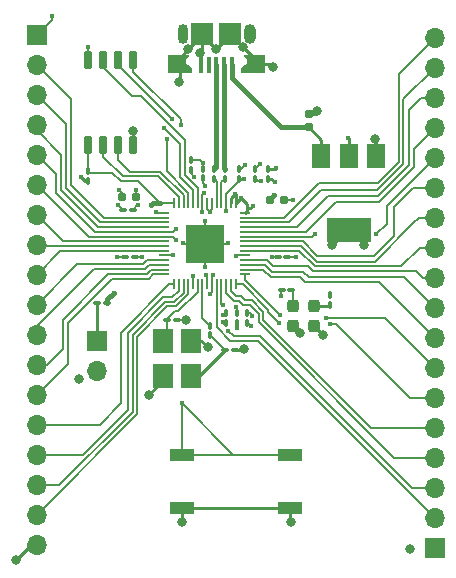
<source format=gtl>
G04 #@! TF.GenerationSoftware,KiCad,Pcbnew,7.0.5-4d25ed1034~172~ubuntu22.04.1*
G04 #@! TF.CreationDate,2023-07-05T09:01:55+07:00*
G04 #@! TF.ProjectId,TMPboardM,544d5062-6f61-4726-944d-2e6b69636164,rev?*
G04 #@! TF.SameCoordinates,Original*
G04 #@! TF.FileFunction,Copper,L1,Top*
G04 #@! TF.FilePolarity,Positive*
%FSLAX46Y46*%
G04 Gerber Fmt 4.6, Leading zero omitted, Abs format (unit mm)*
G04 Created by KiCad (PCBNEW 7.0.5-4d25ed1034~172~ubuntu22.04.1) date 2023-07-05 09:01:55*
%MOMM*%
%LPD*%
G01*
G04 APERTURE LIST*
G04 Aperture macros list*
%AMRoundRect*
0 Rectangle with rounded corners*
0 $1 Rounding radius*
0 $2 $3 $4 $5 $6 $7 $8 $9 X,Y pos of 4 corners*
0 Add a 4 corners polygon primitive as box body*
4,1,4,$2,$3,$4,$5,$6,$7,$8,$9,$2,$3,0*
0 Add four circle primitives for the rounded corners*
1,1,$1+$1,$2,$3*
1,1,$1+$1,$4,$5*
1,1,$1+$1,$6,$7*
1,1,$1+$1,$8,$9*
0 Add four rect primitives between the rounded corners*
20,1,$1+$1,$2,$3,$4,$5,0*
20,1,$1+$1,$4,$5,$6,$7,0*
20,1,$1+$1,$6,$7,$8,$9,0*
20,1,$1+$1,$8,$9,$2,$3,0*%
%AMFreePoly0*
4,1,9,1.050000,0.350000,0.550000,0.000000,0.550000,-0.400000,0.800000,-0.650000,0.800000,-0.800000,-1.050000,-0.800000,-1.050000,0.800000,1.050000,0.800000,1.050000,0.350000,1.050000,0.350000,$1*%
%AMFreePoly1*
4,1,9,1.050000,-0.800000,-0.800000,-0.800000,-0.800000,-0.650000,-0.550000,-0.400000,-0.550000,0.000000,-1.050000,0.350000,-1.050000,0.800000,1.050000,0.800000,1.050000,-0.800000,1.050000,-0.800000,$1*%
G04 Aperture macros list end*
G04 #@! TA.AperFunction,SMDPad,CuDef*
%ADD10RoundRect,0.100000X-0.100000X0.217500X-0.100000X-0.217500X0.100000X-0.217500X0.100000X0.217500X0*%
G04 #@! TD*
G04 #@! TA.AperFunction,SMDPad,CuDef*
%ADD11RoundRect,0.155000X0.155000X-0.212500X0.155000X0.212500X-0.155000X0.212500X-0.155000X-0.212500X0*%
G04 #@! TD*
G04 #@! TA.AperFunction,ComponentPad*
%ADD12R,1.700000X1.700000*%
G04 #@! TD*
G04 #@! TA.AperFunction,ComponentPad*
%ADD13O,1.700000X1.700000*%
G04 #@! TD*
G04 #@! TA.AperFunction,SMDPad,CuDef*
%ADD14RoundRect,0.155000X-0.212500X-0.155000X0.212500X-0.155000X0.212500X0.155000X-0.212500X0.155000X0*%
G04 #@! TD*
G04 #@! TA.AperFunction,SMDPad,CuDef*
%ADD15RoundRect,0.100000X0.100000X-0.217500X0.100000X0.217500X-0.100000X0.217500X-0.100000X-0.217500X0*%
G04 #@! TD*
G04 #@! TA.AperFunction,SMDPad,CuDef*
%ADD16RoundRect,0.100000X-0.217500X-0.100000X0.217500X-0.100000X0.217500X0.100000X-0.217500X0.100000X0*%
G04 #@! TD*
G04 #@! TA.AperFunction,SMDPad,CuDef*
%ADD17RoundRect,0.100000X0.217500X0.100000X-0.217500X0.100000X-0.217500X-0.100000X0.217500X-0.100000X0*%
G04 #@! TD*
G04 #@! TA.AperFunction,SMDPad,CuDef*
%ADD18R,0.400000X1.350000*%
G04 #@! TD*
G04 #@! TA.AperFunction,SMDPad,CuDef*
%ADD19FreePoly0,180.000000*%
G04 #@! TD*
G04 #@! TA.AperFunction,ComponentPad*
%ADD20O,1.000000X1.700000*%
G04 #@! TD*
G04 #@! TA.AperFunction,SMDPad,CuDef*
%ADD21R,1.900000X1.900000*%
G04 #@! TD*
G04 #@! TA.AperFunction,ComponentPad*
%ADD22O,0.850000X1.700000*%
G04 #@! TD*
G04 #@! TA.AperFunction,SMDPad,CuDef*
%ADD23FreePoly1,180.000000*%
G04 #@! TD*
G04 #@! TA.AperFunction,SMDPad,CuDef*
%ADD24R,1.500000X2.000000*%
G04 #@! TD*
G04 #@! TA.AperFunction,SMDPad,CuDef*
%ADD25R,3.800000X2.000000*%
G04 #@! TD*
G04 #@! TA.AperFunction,SMDPad,CuDef*
%ADD26RoundRect,0.155000X0.212500X0.155000X-0.212500X0.155000X-0.212500X-0.155000X0.212500X-0.155000X0*%
G04 #@! TD*
G04 #@! TA.AperFunction,SMDPad,CuDef*
%ADD27RoundRect,0.237500X0.237500X-0.287500X0.237500X0.287500X-0.237500X0.287500X-0.237500X-0.287500X0*%
G04 #@! TD*
G04 #@! TA.AperFunction,SMDPad,CuDef*
%ADD28RoundRect,0.050000X-0.387500X-0.050000X0.387500X-0.050000X0.387500X0.050000X-0.387500X0.050000X0*%
G04 #@! TD*
G04 #@! TA.AperFunction,SMDPad,CuDef*
%ADD29RoundRect,0.050000X-0.050000X-0.387500X0.050000X-0.387500X0.050000X0.387500X-0.050000X0.387500X0*%
G04 #@! TD*
G04 #@! TA.AperFunction,SMDPad,CuDef*
%ADD30R,3.200000X3.200000*%
G04 #@! TD*
G04 #@! TA.AperFunction,SMDPad,CuDef*
%ADD31R,1.800000X2.100000*%
G04 #@! TD*
G04 #@! TA.AperFunction,SMDPad,CuDef*
%ADD32RoundRect,0.150000X0.150000X-0.650000X0.150000X0.650000X-0.150000X0.650000X-0.150000X-0.650000X0*%
G04 #@! TD*
G04 #@! TA.AperFunction,SMDPad,CuDef*
%ADD33R,2.100000X1.100000*%
G04 #@! TD*
G04 #@! TA.AperFunction,ViaPad*
%ADD34C,0.400000*%
G04 #@! TD*
G04 #@! TA.AperFunction,ViaPad*
%ADD35C,0.800000*%
G04 #@! TD*
G04 #@! TA.AperFunction,Conductor*
%ADD36C,0.200000*%
G04 #@! TD*
G04 #@! TA.AperFunction,Conductor*
%ADD37C,0.250000*%
G04 #@! TD*
G04 #@! TA.AperFunction,Conductor*
%ADD38C,0.400000*%
G04 #@! TD*
G04 APERTURE END LIST*
D10*
X98320000Y-75555000D03*
X98320000Y-76370000D03*
D11*
X96480000Y-61380000D03*
X96480000Y-60245000D03*
D12*
X73455000Y-53515000D03*
D13*
X73455000Y-56055000D03*
X73455000Y-58595000D03*
X73455000Y-61135000D03*
X73455000Y-63675000D03*
X73455000Y-66215000D03*
X73455000Y-68755000D03*
X73455000Y-71295000D03*
X73455000Y-73835000D03*
X73455000Y-76375000D03*
X73455000Y-78915000D03*
X73455000Y-81455000D03*
X73455000Y-83995000D03*
X73455000Y-86535000D03*
X73455000Y-89075000D03*
X73455000Y-91615000D03*
X73455000Y-94155000D03*
X73455000Y-96695000D03*
D14*
X93232500Y-67560000D03*
X94367500Y-67560000D03*
D10*
X91280000Y-77090000D03*
X91280000Y-77905000D03*
D15*
X91920000Y-65707500D03*
X91920000Y-64892500D03*
D16*
X93862500Y-72360000D03*
X94677500Y-72360000D03*
D12*
X78595000Y-79490000D03*
D13*
X78595000Y-82030000D03*
D17*
X81587500Y-68340000D03*
X80772500Y-68340000D03*
D18*
X89960000Y-56107500D03*
X89310000Y-56107500D03*
X88660000Y-56107500D03*
X88010000Y-56107500D03*
X87360000Y-56107500D03*
D19*
X91760000Y-55982500D03*
D20*
X91485000Y-53432500D03*
D21*
X89860000Y-53432500D03*
X87460000Y-53432500D03*
D22*
X85835000Y-53432500D03*
D23*
X85560000Y-55982500D03*
D10*
X90380000Y-77080000D03*
X90380000Y-77895000D03*
D17*
X85327500Y-77680000D03*
X84512500Y-77680000D03*
D24*
X102170000Y-63770000D03*
X99870000Y-63770000D03*
D25*
X99870000Y-70070000D03*
D24*
X97570000Y-63770000D03*
D26*
X81837500Y-67290000D03*
X80702500Y-67290000D03*
D17*
X90207500Y-80200000D03*
X89392500Y-80200000D03*
D16*
X80952500Y-72360000D03*
X81767500Y-72360000D03*
D27*
X95140000Y-78212500D03*
X95140000Y-76462500D03*
X96920000Y-78215000D03*
X96920000Y-76465000D03*
D10*
X88100000Y-78152500D03*
X88100000Y-78967500D03*
D15*
X90580000Y-65727500D03*
X90580000Y-64912500D03*
X86490000Y-64957500D03*
X86490000Y-64142500D03*
X89380000Y-65737500D03*
X89380000Y-64922500D03*
D16*
X78602500Y-76260000D03*
X79417500Y-76260000D03*
D15*
X87510000Y-65697500D03*
X87510000Y-64882500D03*
D10*
X89480000Y-77080000D03*
X89480000Y-77895000D03*
D15*
X93060000Y-65717500D03*
X93060000Y-64902500D03*
D28*
X84252500Y-68620000D03*
X84252500Y-69020000D03*
X84252500Y-69420000D03*
X84252500Y-69820000D03*
X84252500Y-70220000D03*
X84252500Y-70620000D03*
X84252500Y-71020000D03*
X84252500Y-71420000D03*
X84252500Y-71820000D03*
X84252500Y-72220000D03*
X84252500Y-72620000D03*
X84252500Y-73020000D03*
X84252500Y-73420000D03*
X84252500Y-73820000D03*
D29*
X85090000Y-74657500D03*
X85490000Y-74657500D03*
X85890000Y-74657500D03*
X86290000Y-74657500D03*
X86690000Y-74657500D03*
X87090000Y-74657500D03*
X87490000Y-74657500D03*
X87890000Y-74657500D03*
X88290000Y-74657500D03*
X88690000Y-74657500D03*
X89090000Y-74657500D03*
X89490000Y-74657500D03*
X89890000Y-74657500D03*
X90290000Y-74657500D03*
D28*
X91127500Y-73820000D03*
X91127500Y-73420000D03*
X91127500Y-73020000D03*
X91127500Y-72620000D03*
X91127500Y-72220000D03*
X91127500Y-71820000D03*
X91127500Y-71420000D03*
X91127500Y-71020000D03*
X91127500Y-70620000D03*
X91127500Y-70220000D03*
X91127500Y-69820000D03*
X91127500Y-69420000D03*
X91127500Y-69020000D03*
X91127500Y-68620000D03*
D29*
X90290000Y-67782500D03*
X89890000Y-67782500D03*
X89490000Y-67782500D03*
X89090000Y-67782500D03*
X88690000Y-67782500D03*
X88290000Y-67782500D03*
X87890000Y-67782500D03*
X87490000Y-67782500D03*
X87090000Y-67782500D03*
X86690000Y-67782500D03*
X86290000Y-67782500D03*
X85890000Y-67782500D03*
X85490000Y-67782500D03*
X85090000Y-67782500D03*
D30*
X87690000Y-71220000D03*
D31*
X86490000Y-82390000D03*
X86490000Y-79490000D03*
X84190000Y-79490000D03*
X84190000Y-82390000D03*
D16*
X94192500Y-75130000D03*
X95007500Y-75130000D03*
D15*
X88480000Y-65727500D03*
X88480000Y-64912500D03*
D12*
X107185000Y-96965000D03*
D13*
X107185000Y-94425000D03*
X107185000Y-91885000D03*
X107185000Y-89345000D03*
X107185000Y-86805000D03*
X107185000Y-84265000D03*
X107185000Y-81725000D03*
X107185000Y-79185000D03*
X107185000Y-76645000D03*
X107185000Y-74105000D03*
X107185000Y-71565000D03*
X107185000Y-69025000D03*
X107185000Y-66485000D03*
X107185000Y-63945000D03*
X107185000Y-61405000D03*
X107185000Y-58865000D03*
X107185000Y-56325000D03*
X107185000Y-53785000D03*
D32*
X77830000Y-62870000D03*
X79100000Y-62870000D03*
X80370000Y-62870000D03*
X81640000Y-62870000D03*
X81640000Y-55670000D03*
X80370000Y-55670000D03*
X79100000Y-55670000D03*
X77830000Y-55670000D03*
D15*
X77840000Y-65877500D03*
X77840000Y-65062500D03*
D33*
X85780000Y-93590000D03*
X94880000Y-93590000D03*
X94880000Y-89090000D03*
X85780000Y-89090000D03*
D34*
X77216000Y-65532000D03*
X90250000Y-66990000D03*
D35*
X98500000Y-71350000D03*
D34*
X93420000Y-72360000D03*
X77800000Y-54550000D03*
X74720000Y-51970000D03*
X94130000Y-75680000D03*
X85000000Y-72140000D03*
X93560000Y-67070000D03*
X90350000Y-72240000D03*
X82400000Y-72319500D03*
X81830000Y-66650000D03*
X90750000Y-67350000D03*
X92470000Y-65940000D03*
X83566000Y-68520500D03*
X82070000Y-67950000D03*
X93600000Y-65990000D03*
D35*
X101200000Y-71310000D03*
D34*
X91719800Y-77320200D03*
X87789338Y-73895993D03*
X89189253Y-77215855D03*
X99822000Y-62230000D03*
X87720000Y-66320000D03*
X91730000Y-68040000D03*
X88090000Y-68520000D03*
D35*
X71670000Y-97960000D03*
X86080000Y-77680000D03*
X95780000Y-78740000D03*
X85490000Y-57550000D03*
X82960000Y-84030000D03*
D34*
X93726000Y-64770000D03*
X89189500Y-77870000D03*
D35*
X85740000Y-94800000D03*
D34*
X80410000Y-66670000D03*
D35*
X87250703Y-55039115D03*
D34*
X85820000Y-71170000D03*
D35*
X97690000Y-78960000D03*
D34*
X87510000Y-64390000D03*
D35*
X81570000Y-61670000D03*
D34*
X95120000Y-67550000D03*
D35*
X97170000Y-59980000D03*
D34*
X95400000Y-72380000D03*
D35*
X105040000Y-97110000D03*
X88660000Y-54760000D03*
D34*
X91105000Y-64565000D03*
D35*
X90970000Y-80130000D03*
D34*
X87700000Y-73200000D03*
X80310000Y-67930000D03*
D35*
X93440000Y-56300000D03*
X77010000Y-82650000D03*
D34*
X87710000Y-69280000D03*
X89680000Y-71150000D03*
D35*
X102130000Y-62390000D03*
D34*
X90380000Y-78337500D03*
D35*
X86300000Y-54740000D03*
X95000000Y-94800000D03*
X90960000Y-54600000D03*
X87920000Y-80000000D03*
D34*
X91577500Y-78202500D03*
X80290000Y-72319500D03*
X92390000Y-64490000D03*
X86689922Y-73988050D03*
X91040000Y-65710000D03*
X87589500Y-66904993D03*
X89490128Y-68451889D03*
X86793200Y-65536800D03*
X88129116Y-75452782D03*
X90360000Y-76560000D03*
X88388599Y-73878963D03*
X87443241Y-68543398D03*
X98320000Y-75555000D03*
X85230000Y-69990000D03*
X85210000Y-70870000D03*
X85730000Y-84730000D03*
X89690963Y-78599170D03*
X89189012Y-76400954D03*
X93990000Y-77960000D03*
X98285906Y-77993921D03*
X97950000Y-77490000D03*
X94080000Y-77270000D03*
X102220000Y-70420000D03*
X96990000Y-70420000D03*
X83120000Y-67960000D03*
X79970000Y-75370000D03*
X84928200Y-60681800D03*
X84223957Y-61393957D03*
X85640000Y-61170000D03*
X84460686Y-62360686D03*
D36*
X84920000Y-72220000D02*
X84252500Y-72220000D01*
D37*
X91530000Y-68240000D02*
X91730000Y-68040000D01*
D36*
X93420000Y-72360000D02*
X93862500Y-72360000D01*
D38*
X93232500Y-67397500D02*
X93232500Y-67560000D01*
D36*
X91127500Y-72220000D02*
X90370000Y-72220000D01*
X94182500Y-75627500D02*
X94130000Y-75680000D01*
D37*
X77561500Y-65877500D02*
X77840000Y-65877500D01*
D36*
X81808000Y-72319500D02*
X81767500Y-72360000D01*
X83665500Y-68620000D02*
X83566000Y-68520500D01*
D37*
X90722500Y-67350000D02*
X90290000Y-67782500D01*
D36*
X87510000Y-65697500D02*
X87510000Y-66110000D01*
D37*
X89915000Y-67325000D02*
X89915000Y-67782500D01*
D36*
X84252500Y-68620000D02*
X83665500Y-68620000D01*
X91489600Y-77090000D02*
X91280000Y-77090000D01*
X91719800Y-77320200D02*
X91489600Y-77090000D01*
D37*
X91290000Y-68240000D02*
X91530000Y-68240000D01*
D36*
X92152500Y-65940000D02*
X91920000Y-65707500D01*
D37*
X99870000Y-62278000D02*
X99822000Y-62230000D01*
X77216000Y-65532000D02*
X77561500Y-65877500D01*
X91290000Y-68240000D02*
X91290000Y-68432500D01*
D36*
X73455000Y-53515000D02*
X74720000Y-52250000D01*
X77800000Y-54550000D02*
X77830000Y-54580000D01*
X87890000Y-73996655D02*
X87890000Y-74657500D01*
X87789338Y-73895993D02*
X87890000Y-73996655D01*
D37*
X93600000Y-65990000D02*
X93327500Y-65717500D01*
D38*
X93560000Y-67070000D02*
X93232500Y-67397500D01*
D37*
X91290000Y-67890000D02*
X91290000Y-68240000D01*
D36*
X87890000Y-68320000D02*
X88090000Y-68520000D01*
X88290000Y-68320000D02*
X88090000Y-68520000D01*
X87890000Y-67782500D02*
X87890000Y-68320000D01*
X82400000Y-72319500D02*
X81808000Y-72319500D01*
X85000000Y-72140000D02*
X84920000Y-72220000D01*
X81837500Y-67290000D02*
X81837500Y-66657500D01*
D37*
X90250000Y-66990000D02*
X89915000Y-67325000D01*
D36*
X82070000Y-67950000D02*
X81977500Y-67950000D01*
X89344145Y-77215855D02*
X89480000Y-77080000D01*
D37*
X90750000Y-67350000D02*
X91290000Y-67890000D01*
D36*
X89189253Y-77215855D02*
X89344145Y-77215855D01*
X87510000Y-66110000D02*
X87720000Y-66320000D01*
D37*
X91290000Y-68432500D02*
X91127500Y-68595000D01*
X93327500Y-65717500D02*
X93060000Y-65717500D01*
D36*
X77830000Y-54580000D02*
X77830000Y-55670000D01*
D37*
X90750000Y-67350000D02*
X90722500Y-67350000D01*
D36*
X81837500Y-66657500D02*
X81830000Y-66650000D01*
X92470000Y-65940000D02*
X92152500Y-65940000D01*
D37*
X99960000Y-70070000D02*
X101200000Y-71310000D01*
D36*
X81977500Y-67950000D02*
X81587500Y-68340000D01*
X88290000Y-67782500D02*
X88290000Y-68320000D01*
D37*
X90290000Y-67030000D02*
X90250000Y-66990000D01*
X99870000Y-70070000D02*
X99780000Y-70070000D01*
X99870000Y-63770000D02*
X99870000Y-62278000D01*
D36*
X74720000Y-52250000D02*
X74720000Y-51970000D01*
D37*
X99870000Y-70070000D02*
X99960000Y-70070000D01*
D36*
X90370000Y-72220000D02*
X90350000Y-72240000D01*
D37*
X90290000Y-67782500D02*
X90290000Y-67030000D01*
X99780000Y-70070000D02*
X98500000Y-71350000D01*
D36*
X94182500Y-75100000D02*
X94182500Y-75627500D01*
D37*
X95780000Y-78740000D02*
X95667500Y-78740000D01*
X85560000Y-57480000D02*
X85490000Y-57550000D01*
D36*
X87510000Y-64390000D02*
X87510000Y-64882500D01*
D37*
X89480000Y-77895000D02*
X89214500Y-77895000D01*
X89860000Y-53560000D02*
X88660000Y-54760000D01*
X96480000Y-60245000D02*
X96905000Y-60245000D01*
X87360000Y-56107500D02*
X87360000Y-55148412D01*
D36*
X86689922Y-73988050D02*
X86690000Y-73988128D01*
X87690000Y-71220000D02*
X89610000Y-71220000D01*
D37*
X91760000Y-55982500D02*
X91760000Y-55400000D01*
D36*
X87690000Y-69300000D02*
X87710000Y-69280000D01*
D37*
X91760000Y-55982500D02*
X93122500Y-55982500D01*
X87360000Y-55148412D02*
X87250703Y-55039115D01*
X87460000Y-53432500D02*
X87460000Y-53580000D01*
D36*
X87690000Y-71220000D02*
X87690000Y-69300000D01*
X91105000Y-64565000D02*
X90757500Y-64912500D01*
X80330500Y-72360000D02*
X80952500Y-72360000D01*
D37*
X87460000Y-53580000D02*
X86300000Y-54740000D01*
X89860000Y-53500000D02*
X90960000Y-54600000D01*
D36*
X87690000Y-73190000D02*
X87700000Y-73200000D01*
X92390000Y-64490000D02*
X92322500Y-64490000D01*
X87690000Y-71220000D02*
X85870000Y-71220000D01*
D37*
X89860000Y-53432500D02*
X89860000Y-53560000D01*
D36*
X94677500Y-72360000D02*
X95380000Y-72360000D01*
X87690000Y-71220000D02*
X87690000Y-73190000D01*
D37*
X87460000Y-53432500D02*
X87460000Y-53560000D01*
X81570000Y-61670000D02*
X81570000Y-62800000D01*
X85560000Y-55982500D02*
X85560000Y-57480000D01*
D36*
X85870000Y-71220000D02*
X85820000Y-71170000D01*
D37*
X93060000Y-64902500D02*
X93593500Y-64902500D01*
X87460000Y-53432500D02*
X87460000Y-54829818D01*
X73455000Y-96695000D02*
X72935000Y-96695000D01*
D36*
X94367500Y-67560000D02*
X95110000Y-67560000D01*
D37*
X85780000Y-93590000D02*
X85780000Y-94760000D01*
X90900000Y-80200000D02*
X90970000Y-80130000D01*
X84190000Y-82390000D02*
X84190000Y-82800000D01*
X87460000Y-54829818D02*
X87250703Y-55039115D01*
D36*
X86690000Y-73988128D02*
X86690000Y-74657500D01*
X80290000Y-72319500D02*
X80330500Y-72360000D01*
D37*
X81570000Y-62800000D02*
X81640000Y-62870000D01*
X94880000Y-93590000D02*
X94880000Y-94680000D01*
X96905000Y-60245000D02*
X97170000Y-59980000D01*
D36*
X87262500Y-64142500D02*
X87510000Y-64390000D01*
X95380000Y-72360000D02*
X95400000Y-72380000D01*
X86490000Y-64142500D02*
X87262500Y-64142500D01*
X80702500Y-67290000D02*
X80702500Y-66962500D01*
D37*
X84190000Y-82800000D02*
X82960000Y-84030000D01*
D36*
X86080000Y-77680000D02*
X85327500Y-77680000D01*
D37*
X90380000Y-77895000D02*
X90380000Y-78337500D01*
D36*
X92322500Y-64490000D02*
X91920000Y-64892500D01*
D37*
X85560000Y-55982500D02*
X85560000Y-55480000D01*
X91280000Y-77905000D02*
X91577500Y-78202500D01*
X93593500Y-64902500D02*
X93726000Y-64770000D01*
D36*
X89610000Y-71220000D02*
X89680000Y-71150000D01*
D37*
X102170000Y-62430000D02*
X102130000Y-62390000D01*
X96945000Y-78215000D02*
X96920000Y-78215000D01*
X85560000Y-55480000D02*
X86300000Y-54740000D01*
X95667500Y-78740000D02*
X95140000Y-78212500D01*
X91760000Y-55400000D02*
X90960000Y-54600000D01*
X94880000Y-93590000D02*
X85780000Y-93590000D01*
X90207500Y-80200000D02*
X90900000Y-80200000D01*
X94880000Y-94680000D02*
X95000000Y-94800000D01*
X87410000Y-79490000D02*
X87920000Y-80000000D01*
X87460000Y-53560000D02*
X88660000Y-54760000D01*
X89214500Y-77895000D02*
X89189500Y-77870000D01*
D36*
X80702500Y-66962500D02*
X80410000Y-66670000D01*
D37*
X86490000Y-79490000D02*
X87410000Y-79490000D01*
X93122500Y-55982500D02*
X93440000Y-56300000D01*
X89860000Y-53432500D02*
X89860000Y-53500000D01*
D36*
X95110000Y-67560000D02*
X95120000Y-67550000D01*
D37*
X72935000Y-96695000D02*
X71670000Y-97960000D01*
D36*
X80310000Y-67930000D02*
X80362500Y-67930000D01*
D37*
X85780000Y-94760000D02*
X85740000Y-94800000D01*
X97690000Y-78960000D02*
X96945000Y-78215000D01*
X102170000Y-63770000D02*
X102170000Y-62430000D01*
D36*
X80362500Y-67930000D02*
X80772500Y-68340000D01*
X90757500Y-64912500D02*
X90580000Y-64912500D01*
X85447032Y-76930000D02*
X87090000Y-75287032D01*
X84512500Y-77611815D02*
X85194315Y-76930000D01*
X85194315Y-76930000D02*
X85447032Y-76930000D01*
X84512500Y-77680000D02*
X84512500Y-77611815D01*
X84512500Y-79167500D02*
X84190000Y-79490000D01*
X87090000Y-75287032D02*
X87090000Y-74657500D01*
X84512500Y-77680000D02*
X84512500Y-79167500D01*
D37*
X87202500Y-82390000D02*
X89392500Y-80200000D01*
D36*
X88100000Y-78967500D02*
X88160000Y-78967500D01*
X88160000Y-78967500D02*
X89392500Y-80200000D01*
D37*
X86490000Y-82390000D02*
X87202500Y-82390000D01*
X96480000Y-61380000D02*
X97570000Y-62470000D01*
D38*
X94157500Y-61380000D02*
X96480000Y-61380000D01*
X89960000Y-57182500D02*
X94157500Y-61380000D01*
X89960000Y-56107500D02*
X89960000Y-57182500D01*
D37*
X97570000Y-62470000D02*
X97570000Y-63770000D01*
D36*
X87589500Y-66904993D02*
X87490000Y-67004493D01*
X89490000Y-67782500D02*
X89490000Y-68451761D01*
X86490000Y-65233600D02*
X86793200Y-65536800D01*
X88290000Y-75291898D02*
X88290000Y-74657500D01*
X86490000Y-64957500D02*
X86490000Y-65233600D01*
X88290000Y-74657500D02*
X88290000Y-73977562D01*
X87490000Y-67782500D02*
X87490000Y-68496639D01*
X89490000Y-67042893D02*
X90580000Y-65952893D01*
X89490000Y-68451761D02*
X89490128Y-68451889D01*
X87490000Y-67004493D02*
X87490000Y-67782500D01*
X90380000Y-76580000D02*
X90380000Y-77080000D01*
X89490000Y-67782500D02*
X89490000Y-67042893D01*
X88290000Y-74657500D02*
X88290000Y-74295292D01*
D37*
X91040000Y-65710000D02*
X91022500Y-65727500D01*
D36*
X87490000Y-68496639D02*
X87443241Y-68543398D01*
X88290000Y-73977562D02*
X88388599Y-73878963D01*
X88129116Y-75452782D02*
X88290000Y-75291898D01*
D37*
X91022500Y-65727500D02*
X90580000Y-65727500D01*
D36*
X90580000Y-65952893D02*
X90580000Y-65727500D01*
D37*
X90580000Y-65727500D02*
X90512500Y-65727500D01*
D36*
X90360000Y-76560000D02*
X90380000Y-76580000D01*
D37*
X78595000Y-76267500D02*
X78595000Y-79490000D01*
X78602500Y-76260000D02*
X78595000Y-76267500D01*
D38*
X89310000Y-56107500D02*
X89310000Y-64852500D01*
X89310000Y-64852500D02*
X89380000Y-64922500D01*
X88660000Y-56107500D02*
X88660000Y-64732500D01*
X88660000Y-64732500D02*
X88480000Y-64912500D01*
D36*
X76330000Y-66230000D02*
X76330000Y-58930000D01*
X84252500Y-69020000D02*
X79120000Y-69020000D01*
X79120000Y-69020000D02*
X76330000Y-66230000D01*
X76330000Y-58930000D02*
X73455000Y-56055000D01*
X78835686Y-69420000D02*
X75930000Y-66514314D01*
X84252500Y-69420000D02*
X78835686Y-69420000D01*
X75930000Y-61070000D02*
X73455000Y-58595000D01*
X75930000Y-66514314D02*
X75930000Y-61070000D01*
X73455000Y-61605000D02*
X73455000Y-61135000D01*
X78670000Y-69820000D02*
X75530000Y-66680000D01*
X75530000Y-63680000D02*
X73455000Y-61605000D01*
X84252500Y-69820000D02*
X78670000Y-69820000D01*
X75530000Y-66680000D02*
X75530000Y-63680000D01*
X84252500Y-70220000D02*
X78410000Y-70220000D01*
X85000000Y-70220000D02*
X84252500Y-70220000D01*
X75130000Y-66940000D02*
X75130000Y-65330000D01*
X85230000Y-69990000D02*
X85000000Y-70220000D01*
X78410000Y-70220000D02*
X75130000Y-66940000D01*
X75130000Y-65330000D02*
X73475000Y-63675000D01*
X73475000Y-63675000D02*
X73455000Y-63675000D01*
X85780000Y-84780000D02*
X85730000Y-84730000D01*
X77860000Y-70620000D02*
X73455000Y-66215000D01*
X94880000Y-89090000D02*
X90090000Y-89090000D01*
X85780000Y-89090000D02*
X85780000Y-84780000D01*
X84252500Y-70620000D02*
X84960000Y-70620000D01*
X84960000Y-70620000D02*
X85210000Y-70870000D01*
X90090000Y-89090000D02*
X85730000Y-84730000D01*
X85780000Y-89090000D02*
X94880000Y-89090000D01*
X84252500Y-70620000D02*
X77860000Y-70620000D01*
X84252500Y-71020000D02*
X75720000Y-71020000D01*
X75720000Y-71020000D02*
X73455000Y-68755000D01*
X73580000Y-71420000D02*
X73455000Y-71295000D01*
X84252500Y-71420000D02*
X73580000Y-71420000D01*
X75470000Y-71820000D02*
X73455000Y-73835000D01*
X84252500Y-71820000D02*
X75470000Y-71820000D01*
X82806607Y-72620000D02*
X82466607Y-72960000D01*
X76870000Y-72960000D02*
X73455000Y-76375000D01*
X82466607Y-72960000D02*
X76870000Y-72960000D01*
X84252500Y-72620000D02*
X82806607Y-72620000D01*
X82614450Y-73377843D02*
X78300000Y-73377843D01*
X84252500Y-73020000D02*
X82972293Y-73020000D01*
X78300000Y-73377843D02*
X73455000Y-78222843D01*
X82972293Y-73020000D02*
X82614450Y-73377843D01*
X73455000Y-78222843D02*
X73455000Y-78915000D01*
X82780135Y-73777843D02*
X79522157Y-73777843D01*
X83137979Y-73420000D02*
X82780135Y-73777843D01*
X74345000Y-81455000D02*
X73455000Y-81455000D01*
X79522157Y-73777843D02*
X75650000Y-77650000D01*
X84252500Y-73420000D02*
X83137979Y-73420000D01*
X75650000Y-80150000D02*
X74345000Y-81455000D01*
X75650000Y-77650000D02*
X75650000Y-80150000D01*
X76080000Y-77899315D02*
X76080000Y-81370000D01*
X82945820Y-74177843D02*
X79801472Y-74177843D01*
X79801472Y-74177843D02*
X76080000Y-77899315D01*
X84252500Y-73820000D02*
X83303663Y-73820000D01*
X76080000Y-81370000D02*
X73455000Y-83995000D01*
X83303663Y-73820000D02*
X82945820Y-74177843D01*
X85090000Y-74657500D02*
X84695442Y-74657500D01*
X80570000Y-84740000D02*
X78775000Y-86535000D01*
X78775000Y-86535000D02*
X73455000Y-86535000D01*
X84695442Y-74657500D02*
X80570000Y-78782942D01*
X80570000Y-78782942D02*
X80570000Y-84740000D01*
X81157157Y-78761471D02*
X81157157Y-85277157D01*
X84188628Y-75730000D02*
X81157157Y-78761471D01*
X85490000Y-75189975D02*
X84949975Y-75730000D01*
X85490000Y-74657500D02*
X85490000Y-75189975D01*
X81157157Y-85277157D02*
X77359314Y-89075000D01*
X84949975Y-75730000D02*
X84188628Y-75730000D01*
X77359314Y-89075000D02*
X73455000Y-89075000D01*
X85890000Y-75355661D02*
X85115660Y-76130000D01*
X85890000Y-74657500D02*
X85890000Y-75355661D01*
X81570000Y-85430000D02*
X75385000Y-91615000D01*
X81570000Y-78914314D02*
X81570000Y-85430000D01*
X75385000Y-91615000D02*
X73455000Y-91615000D01*
X84354314Y-76130000D02*
X81570000Y-78914314D01*
X85115660Y-76130000D02*
X84354314Y-76130000D01*
X84520000Y-76530000D02*
X81970000Y-79080000D01*
X81970000Y-85640000D02*
X73455000Y-94155000D01*
X86290000Y-74657500D02*
X86290000Y-75521347D01*
X81970000Y-79080000D02*
X81970000Y-85640000D01*
X86290000Y-75521347D02*
X85281346Y-76530000D01*
X85281346Y-76530000D02*
X84520000Y-76530000D01*
X88690000Y-78304607D02*
X88690000Y-74657500D01*
X92190000Y-79430000D02*
X89815393Y-79430000D01*
X89815393Y-79430000D02*
X88690000Y-78304607D01*
X107185000Y-94425000D02*
X92190000Y-79430000D01*
X89090000Y-74657500D02*
X89090000Y-76301942D01*
X90121793Y-79030000D02*
X92355686Y-79030000D01*
X89090000Y-76301942D02*
X89189012Y-76400954D01*
X92355686Y-79030000D02*
X105210686Y-91885000D01*
X105210686Y-91885000D02*
X107185000Y-91885000D01*
X89690963Y-78599170D02*
X90121793Y-79030000D01*
X103705000Y-89345000D02*
X107185000Y-89345000D01*
X92240000Y-77133293D02*
X92240000Y-77880000D01*
X92240000Y-77880000D02*
X103705000Y-89345000D01*
X91530311Y-76423604D02*
X92240000Y-77133293D01*
X90567107Y-76060000D02*
X90930712Y-76423604D01*
X89490000Y-75355661D02*
X90194340Y-76060000D01*
X89490000Y-74657500D02*
X89490000Y-75355661D01*
X90194340Y-76060000D02*
X90567107Y-76060000D01*
X90930712Y-76423604D02*
X91530311Y-76423604D01*
X90732793Y-75660000D02*
X91096397Y-76023604D01*
X101730686Y-86805000D02*
X107185000Y-86805000D01*
X90360025Y-75660000D02*
X90732793Y-75660000D01*
X91695997Y-76023604D02*
X92640000Y-76967607D01*
X91096397Y-76023604D02*
X91695997Y-76023604D01*
X92640000Y-76967607D02*
X92640000Y-77714314D01*
X92640000Y-77714314D02*
X101730686Y-86805000D01*
X89890000Y-75189975D02*
X90360025Y-75660000D01*
X89890000Y-74657500D02*
X89890000Y-75189975D01*
X93040000Y-76801922D02*
X90895579Y-74657500D01*
X90895579Y-74657500D02*
X90290000Y-74657500D01*
X93040000Y-77010000D02*
X93040000Y-76801922D01*
X98783719Y-77993921D02*
X105054798Y-84265000D01*
X98285906Y-77993921D02*
X98783719Y-77993921D01*
X93990000Y-77960000D02*
X93040000Y-77010000D01*
X105054798Y-84265000D02*
X107185000Y-84265000D01*
X97950000Y-77490000D02*
X97954421Y-77494421D01*
X97954421Y-77494421D02*
X102954421Y-77494421D01*
X91127500Y-74317500D02*
X94080000Y-77270000D01*
X91127500Y-73820000D02*
X91127500Y-74317500D01*
X102954421Y-77494421D02*
X107185000Y-81725000D01*
X95780000Y-74050000D02*
X96170000Y-74440000D01*
X93271521Y-74050000D02*
X95780000Y-74050000D01*
X96170000Y-74440000D02*
X102440000Y-74440000D01*
X92641521Y-73420000D02*
X93271521Y-74050000D01*
X102440000Y-74440000D02*
X107185000Y-79185000D01*
X91127500Y-73420000D02*
X92641521Y-73420000D01*
X96470000Y-74040000D02*
X104580000Y-74040000D01*
X93397207Y-73610000D02*
X96040000Y-73610000D01*
X96040000Y-73610000D02*
X96470000Y-74040000D01*
X104580000Y-74040000D02*
X107185000Y-76645000D01*
X92807207Y-73020000D02*
X93397207Y-73610000D01*
X91127500Y-73020000D02*
X92807207Y-73020000D01*
X93482893Y-73130000D02*
X96412942Y-73130000D01*
X96412942Y-73130000D02*
X96832943Y-73550000D01*
X92972893Y-72620000D02*
X93482893Y-73130000D01*
X96832943Y-73550000D02*
X105590000Y-73550000D01*
X91127500Y-72620000D02*
X92972893Y-72620000D01*
X105590000Y-73550000D02*
X106145000Y-74105000D01*
X106145000Y-74105000D02*
X107185000Y-74105000D01*
X96998628Y-73150000D02*
X104310000Y-73150000D01*
X91127500Y-71820000D02*
X95668628Y-71820000D01*
X95668628Y-71820000D02*
X96998628Y-73150000D01*
X104310000Y-73150000D02*
X105895000Y-71565000D01*
X105895000Y-71565000D02*
X107185000Y-71565000D01*
X105790686Y-69025000D02*
X107185000Y-69025000D01*
X105310000Y-69505686D02*
X105790686Y-69025000D01*
X95834314Y-71420000D02*
X97154314Y-72740000D01*
X91127500Y-71420000D02*
X95834314Y-71420000D01*
X102075686Y-72740000D02*
X105310000Y-69505686D01*
X97154314Y-72740000D02*
X102075686Y-72740000D01*
X96000000Y-71020000D02*
X97220000Y-72240000D01*
X91127500Y-71020000D02*
X96000000Y-71020000D01*
X103670000Y-68140000D02*
X105325000Y-66485000D01*
X103670000Y-70580000D02*
X103670000Y-68140000D01*
X105325000Y-66485000D02*
X107185000Y-66485000D01*
X97220000Y-72240000D02*
X102010000Y-72240000D01*
X102010000Y-72240000D02*
X103670000Y-70580000D01*
X102220000Y-70420000D02*
X103120000Y-69520000D01*
X96790000Y-70620000D02*
X96990000Y-70420000D01*
X91127500Y-70620000D02*
X96790000Y-70620000D01*
X103120000Y-68010000D02*
X107185000Y-63945000D01*
X103120000Y-69520000D02*
X103120000Y-68010000D01*
X91127500Y-70220000D02*
X96220000Y-70220000D01*
X105400000Y-63190000D02*
X107185000Y-61405000D01*
X96220000Y-70220000D02*
X98770000Y-67670000D01*
X98770000Y-67670000D02*
X102447058Y-67670000D01*
X105370000Y-64747057D02*
X105370000Y-63190000D01*
X102447058Y-67670000D02*
X105370000Y-64747057D01*
X105370000Y-63190000D02*
X105400000Y-63190000D01*
X102341372Y-67210000D02*
X104970000Y-64581372D01*
X98130000Y-67210000D02*
X102341372Y-67210000D01*
X104970000Y-59910000D02*
X106015000Y-58865000D01*
X106015000Y-58865000D02*
X107185000Y-58865000D01*
X91127500Y-69820000D02*
X95520000Y-69820000D01*
X104970000Y-64581372D02*
X104970000Y-59910000D01*
X95520000Y-69820000D02*
X98130000Y-67210000D01*
X104510000Y-59000000D02*
X107185000Y-56325000D01*
X97540000Y-66710000D02*
X102275686Y-66710000D01*
X104510000Y-64475686D02*
X104510000Y-59000000D01*
X102275686Y-66710000D02*
X104510000Y-64475686D01*
X91127500Y-69420000D02*
X94830000Y-69420000D01*
X94830000Y-69420000D02*
X97540000Y-66710000D01*
X104110000Y-64310000D02*
X102370000Y-66050000D01*
X97327107Y-66050000D02*
X94357107Y-69020000D01*
X104110000Y-56860000D02*
X104110000Y-64310000D01*
X94357107Y-69020000D02*
X91127500Y-69020000D01*
X102370000Y-66050000D02*
X97327107Y-66050000D01*
X107185000Y-53785000D02*
X104110000Y-56860000D01*
X77840000Y-62880000D02*
X77840000Y-65062500D01*
X83892500Y-67782500D02*
X85090000Y-67782500D01*
X77830000Y-62870000D02*
X77840000Y-62880000D01*
X77977500Y-65200000D02*
X79860000Y-65200000D01*
X77830000Y-62870000D02*
X77925000Y-62965000D01*
X82030000Y-65920000D02*
X83892500Y-67782500D01*
D38*
X79417500Y-76260000D02*
X79417500Y-75922500D01*
X83120000Y-67960000D02*
X83297500Y-67782500D01*
D36*
X77840000Y-65062500D02*
X77977500Y-65200000D01*
X79860000Y-65200000D02*
X80580000Y-65920000D01*
X80580000Y-65920000D02*
X82030000Y-65920000D01*
D38*
X79417500Y-75922500D02*
X79970000Y-75370000D01*
X83297500Y-67782500D02*
X83892500Y-67782500D01*
D36*
X87490000Y-77542500D02*
X88100000Y-78152500D01*
X87490000Y-74657500D02*
X87490000Y-77542500D01*
X88690000Y-65937500D02*
X88480000Y-65727500D01*
X88690000Y-67782500D02*
X88690000Y-65937500D01*
X89090000Y-67782500D02*
X89090000Y-66027500D01*
X89090000Y-66027500D02*
X89380000Y-65737500D01*
X87090000Y-66540000D02*
X85990000Y-65440000D01*
X85990000Y-65440000D02*
X85990000Y-62452893D01*
X87090000Y-67782500D02*
X87090000Y-66540000D01*
X85990000Y-62452893D02*
X82247107Y-58710000D01*
X82247107Y-58710000D02*
X81560000Y-58710000D01*
X81560000Y-58710000D02*
X79100000Y-56250000D01*
X79100000Y-56250000D02*
X79100000Y-55670000D01*
X84928200Y-60648200D02*
X80370000Y-56090000D01*
X85590000Y-65605685D02*
X86690000Y-66705686D01*
X80370000Y-56090000D02*
X80370000Y-55670000D01*
X86690000Y-66705686D02*
X86690000Y-67782500D01*
X84928200Y-60681800D02*
X84928200Y-60648200D01*
X84223957Y-61393957D02*
X85590000Y-62760000D01*
X85590000Y-62760000D02*
X85590000Y-65605685D01*
X85640000Y-60686493D02*
X81640000Y-56686493D01*
X86290000Y-67782500D02*
X86290000Y-66918628D01*
X81640000Y-56686493D02*
X81640000Y-55670000D01*
X85640000Y-61170000D02*
X85640000Y-60686493D01*
X86290000Y-66918628D02*
X84460686Y-65089314D01*
X84440000Y-62340000D02*
X84460686Y-62360686D01*
X84460686Y-65089314D02*
X84460686Y-62360686D01*
X85890000Y-67084314D02*
X83925686Y-65120000D01*
X81340000Y-65120000D02*
X80370000Y-64150000D01*
X83925686Y-65120000D02*
X81340000Y-65120000D01*
X80370000Y-64150000D02*
X80370000Y-62870000D01*
X85890000Y-67782500D02*
X85890000Y-67084314D01*
X79100000Y-63850000D02*
X80770000Y-65520000D01*
X79100000Y-62870000D02*
X79100000Y-63850000D01*
X85490000Y-67250000D02*
X85490000Y-67782500D01*
X83760000Y-65520000D02*
X85490000Y-67250000D01*
X80770000Y-65520000D02*
X83760000Y-65520000D01*
X95140000Y-75262500D02*
X95007500Y-75130000D01*
X95140000Y-76462500D02*
X95140000Y-75262500D01*
D37*
X98225000Y-76465000D02*
X98320000Y-76370000D01*
X96920000Y-76465000D02*
X98225000Y-76465000D01*
M02*

</source>
